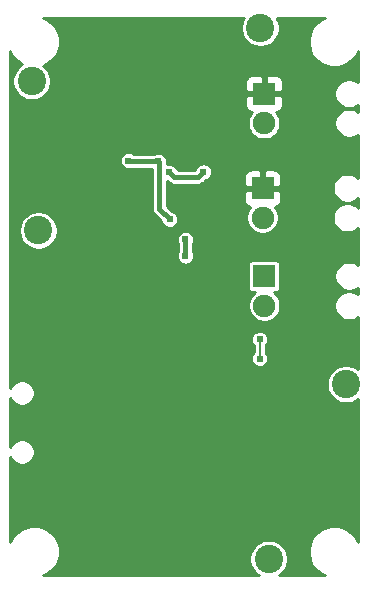
<source format=gbr>
%TF.GenerationSoftware,KiCad,Pcbnew,(5.1.9-0-10_14)*%
%TF.CreationDate,2021-03-09T11:41:36-05:00*%
%TF.ProjectId,Antoinette_PowerBank,416e746f-696e-4657-9474-655f506f7765,rev?*%
%TF.SameCoordinates,Original*%
%TF.FileFunction,Copper,L2,Bot*%
%TF.FilePolarity,Positive*%
%FSLAX46Y46*%
G04 Gerber Fmt 4.6, Leading zero omitted, Abs format (unit mm)*
G04 Created by KiCad (PCBNEW (5.1.9-0-10_14)) date 2021-03-09 11:41:36*
%MOMM*%
%LPD*%
G01*
G04 APERTURE LIST*
%TA.AperFunction,ComponentPad*%
%ADD10C,2.400000*%
%TD*%
%TA.AperFunction,ComponentPad*%
%ADD11R,1.900000X1.900000*%
%TD*%
%TA.AperFunction,ComponentPad*%
%ADD12C,1.900000*%
%TD*%
%TA.AperFunction,ViaPad*%
%ADD13C,0.609600*%
%TD*%
%TA.AperFunction,Conductor*%
%ADD14C,0.400000*%
%TD*%
%TA.AperFunction,Conductor*%
%ADD15C,0.150000*%
%TD*%
%TA.AperFunction,Conductor*%
%ADD16C,0.254000*%
%TD*%
%TA.AperFunction,Conductor*%
%ADD17C,0.100000*%
%TD*%
G04 APERTURE END LIST*
D10*
%TO.P,TP1,1*%
%TO.N,VBUS*%
X91821000Y-31115000D03*
%TD*%
%TO.P,TP2,1*%
%TO.N,/Battery+*%
X72453500Y-35623500D03*
%TD*%
%TO.P,TP3,1*%
%TO.N,+BATT*%
X92519500Y-76073000D03*
%TD*%
%TO.P,TP4,1*%
%TO.N,Net-(J5-Pad1)*%
X99060000Y-61277500D03*
%TD*%
%TO.P,TP5,1*%
%TO.N,Net-(Q1-Pad1)*%
X73025000Y-48260000D03*
%TD*%
D11*
%TO.P,J1,1*%
%TO.N,GND*%
X92125800Y-36677600D03*
D12*
%TO.P,J1,2*%
%TO.N,/16KThermistor*%
X92125800Y-39177600D03*
%TD*%
D11*
%TO.P,J3,1*%
%TO.N,GND*%
X91998800Y-44678600D03*
D12*
%TO.P,J3,2*%
%TO.N,Net-(F1-Pad1)*%
X91998800Y-47178600D03*
%TD*%
D11*
%TO.P,J5,1*%
%TO.N,Net-(J5-Pad1)*%
X92138500Y-52133500D03*
D12*
%TO.P,J5,2*%
%TO.N,/switch*%
X92138500Y-54633500D03*
%TD*%
D13*
%TO.N,GND*%
X81927700Y-70840600D03*
X77533500Y-68580000D03*
X83121500Y-63119000D03*
X84213700Y-61696600D03*
X88011000Y-60706000D03*
X83553300Y-74599800D03*
X88328500Y-43815000D03*
X78714600Y-42824400D03*
X89408000Y-33909000D03*
X76708000Y-58928000D03*
X75184000Y-74168000D03*
X75552300Y-31076900D03*
X78143100Y-31076900D03*
X78359000Y-48069500D03*
X70866000Y-36957000D03*
%TO.N,VBUS*%
X84137500Y-47307500D03*
X80645000Y-42354500D03*
X83185000Y-42418000D03*
%TO.N,+BATT*%
X85471000Y-49022000D03*
X85471000Y-50419000D03*
%TO.N,/16KThermistor*%
X84099400Y-43332400D03*
X86995000Y-43307000D03*
%TO.N,/switch*%
X91757500Y-57467500D03*
X91757500Y-59118500D03*
%TD*%
D14*
%TO.N,VBUS*%
X80708500Y-42418000D02*
X80645000Y-42354500D01*
X83185000Y-42418000D02*
X80708500Y-42418000D01*
X83248500Y-46418500D02*
X83248500Y-42481500D01*
X83248500Y-42481500D02*
X83185000Y-42418000D01*
X84137500Y-47307500D02*
X83248500Y-46418500D01*
%TO.N,+BATT*%
X85471000Y-50355500D02*
X85471000Y-49085500D01*
%TO.N,/16KThermistor*%
X86562937Y-43761009D02*
X86995000Y-43328946D01*
X86995000Y-43328946D02*
X86995000Y-43307000D01*
X84528009Y-43761009D02*
X86562937Y-43761009D01*
X84099400Y-43332400D02*
X84528009Y-43761009D01*
D15*
%TO.N,/switch*%
X91757500Y-58991500D02*
X91694000Y-59055000D01*
X91757500Y-57658000D02*
X91757500Y-58991500D01*
%TD*%
D16*
%TO.N,GND*%
X90379172Y-30344327D02*
X90256525Y-30640422D01*
X90194000Y-30954755D01*
X90194000Y-31275245D01*
X90256525Y-31589578D01*
X90379172Y-31885673D01*
X90557227Y-32152152D01*
X90783848Y-32378773D01*
X91050327Y-32556828D01*
X91346422Y-32679475D01*
X91660755Y-32742000D01*
X91981245Y-32742000D01*
X92295578Y-32679475D01*
X92591673Y-32556828D01*
X92858152Y-32378773D01*
X93084773Y-32152152D01*
X93262828Y-31885673D01*
X93385475Y-31589578D01*
X93448000Y-31275245D01*
X93448000Y-30954755D01*
X93385475Y-30640422D01*
X93262828Y-30344327D01*
X93207152Y-30261001D01*
X97266305Y-30261001D01*
X97032276Y-30357939D01*
X96678150Y-30594558D01*
X96376990Y-30895718D01*
X96140371Y-31249844D01*
X95977384Y-31643329D01*
X95894295Y-32061049D01*
X95894295Y-32486953D01*
X95977384Y-32904673D01*
X96140371Y-33298158D01*
X96376990Y-33652284D01*
X96678150Y-33953444D01*
X97032276Y-34190063D01*
X97425761Y-34353050D01*
X97843481Y-34436139D01*
X98269385Y-34436139D01*
X98687105Y-34353050D01*
X99080590Y-34190063D01*
X99434716Y-33953444D01*
X99735876Y-33652284D01*
X99972495Y-33298158D01*
X100069434Y-33064127D01*
X100069434Y-35712144D01*
X99887002Y-35590247D01*
X99663703Y-35497753D01*
X99426649Y-35450600D01*
X99184951Y-35450600D01*
X98947897Y-35497753D01*
X98724598Y-35590247D01*
X98523633Y-35724527D01*
X98352727Y-35895433D01*
X98218447Y-36096398D01*
X98125953Y-36319697D01*
X98078800Y-36556751D01*
X98078800Y-36798449D01*
X98125953Y-37035503D01*
X98218447Y-37258802D01*
X98352727Y-37459767D01*
X98523633Y-37630673D01*
X98724598Y-37764953D01*
X98947897Y-37857447D01*
X99184951Y-37904600D01*
X99426649Y-37904600D01*
X99663703Y-37857447D01*
X99887002Y-37764953D01*
X100069434Y-37643056D01*
X100069434Y-38212144D01*
X99887002Y-38090247D01*
X99663703Y-37997753D01*
X99426649Y-37950600D01*
X99184951Y-37950600D01*
X98947897Y-37997753D01*
X98724598Y-38090247D01*
X98523633Y-38224527D01*
X98352727Y-38395433D01*
X98218447Y-38596398D01*
X98125953Y-38819697D01*
X98078800Y-39056751D01*
X98078800Y-39298449D01*
X98125953Y-39535503D01*
X98218447Y-39758802D01*
X98352727Y-39959767D01*
X98523633Y-40130673D01*
X98724598Y-40264953D01*
X98947897Y-40357447D01*
X99184951Y-40404600D01*
X99426649Y-40404600D01*
X99663703Y-40357447D01*
X99887002Y-40264953D01*
X100069434Y-40143056D01*
X100069434Y-43833994D01*
X99960967Y-43725527D01*
X99760002Y-43591247D01*
X99536703Y-43498753D01*
X99299649Y-43451600D01*
X99057951Y-43451600D01*
X98820897Y-43498753D01*
X98597598Y-43591247D01*
X98396633Y-43725527D01*
X98225727Y-43896433D01*
X98091447Y-44097398D01*
X97998953Y-44320697D01*
X97951800Y-44557751D01*
X97951800Y-44799449D01*
X97998953Y-45036503D01*
X98091447Y-45259802D01*
X98225727Y-45460767D01*
X98396633Y-45631673D01*
X98597598Y-45765953D01*
X98820897Y-45858447D01*
X99057951Y-45905600D01*
X99299649Y-45905600D01*
X99536703Y-45858447D01*
X99760002Y-45765953D01*
X99960967Y-45631673D01*
X100069434Y-45523206D01*
X100069434Y-46333994D01*
X99960967Y-46225527D01*
X99760002Y-46091247D01*
X99536703Y-45998753D01*
X99299649Y-45951600D01*
X99057951Y-45951600D01*
X98820897Y-45998753D01*
X98597598Y-46091247D01*
X98396633Y-46225527D01*
X98225727Y-46396433D01*
X98091447Y-46597398D01*
X97998953Y-46820697D01*
X97951800Y-47057751D01*
X97951800Y-47299449D01*
X97998953Y-47536503D01*
X98091447Y-47759802D01*
X98225727Y-47960767D01*
X98396633Y-48131673D01*
X98597598Y-48265953D01*
X98820897Y-48358447D01*
X99057951Y-48405600D01*
X99299649Y-48405600D01*
X99536703Y-48358447D01*
X99760002Y-48265953D01*
X99960967Y-48131673D01*
X100069434Y-48023206D01*
X100069434Y-51159558D01*
X99899702Y-51046147D01*
X99676403Y-50953653D01*
X99439349Y-50906500D01*
X99197651Y-50906500D01*
X98960597Y-50953653D01*
X98737298Y-51046147D01*
X98536333Y-51180427D01*
X98365427Y-51351333D01*
X98231147Y-51552298D01*
X98138653Y-51775597D01*
X98091500Y-52012651D01*
X98091500Y-52254349D01*
X98138653Y-52491403D01*
X98231147Y-52714702D01*
X98365427Y-52915667D01*
X98536333Y-53086573D01*
X98737298Y-53220853D01*
X98960597Y-53313347D01*
X99197651Y-53360500D01*
X99439349Y-53360500D01*
X99676403Y-53313347D01*
X99899702Y-53220853D01*
X100069434Y-53107442D01*
X100069434Y-53659558D01*
X99899702Y-53546147D01*
X99676403Y-53453653D01*
X99439349Y-53406500D01*
X99197651Y-53406500D01*
X98960597Y-53453653D01*
X98737298Y-53546147D01*
X98536333Y-53680427D01*
X98365427Y-53851333D01*
X98231147Y-54052298D01*
X98138653Y-54275597D01*
X98091500Y-54512651D01*
X98091500Y-54754349D01*
X98138653Y-54991403D01*
X98231147Y-55214702D01*
X98365427Y-55415667D01*
X98536333Y-55586573D01*
X98737298Y-55720853D01*
X98960597Y-55813347D01*
X99197651Y-55860500D01*
X99439349Y-55860500D01*
X99676403Y-55813347D01*
X99899702Y-55720853D01*
X100069433Y-55607443D01*
X100069433Y-59995206D01*
X99830673Y-59835672D01*
X99534578Y-59713025D01*
X99220245Y-59650500D01*
X98899755Y-59650500D01*
X98585422Y-59713025D01*
X98289327Y-59835672D01*
X98022848Y-60013727D01*
X97796227Y-60240348D01*
X97618172Y-60506827D01*
X97495525Y-60802922D01*
X97433000Y-61117255D01*
X97433000Y-61437745D01*
X97495525Y-61752078D01*
X97618172Y-62048173D01*
X97796227Y-62314652D01*
X98022848Y-62541273D01*
X98289327Y-62719328D01*
X98585422Y-62841975D01*
X98899755Y-62904500D01*
X99220245Y-62904500D01*
X99534578Y-62841975D01*
X99830673Y-62719328D01*
X100069433Y-62559794D01*
X100069433Y-74663872D01*
X99972495Y-74429843D01*
X99735876Y-74075717D01*
X99434716Y-73774557D01*
X99080590Y-73537938D01*
X98687105Y-73374951D01*
X98269385Y-73291862D01*
X97843481Y-73291862D01*
X97425761Y-73374951D01*
X97032276Y-73537938D01*
X96678150Y-73774557D01*
X96376990Y-74075717D01*
X96140371Y-74429843D01*
X95977384Y-74823328D01*
X95894295Y-75241048D01*
X95894295Y-75666952D01*
X95977384Y-76084672D01*
X96140371Y-76478157D01*
X96376990Y-76832283D01*
X96678150Y-77133443D01*
X97032276Y-77370062D01*
X97266305Y-77467000D01*
X93361753Y-77467000D01*
X93556652Y-77336773D01*
X93783273Y-77110152D01*
X93961328Y-76843673D01*
X94083975Y-76547578D01*
X94146500Y-76233245D01*
X94146500Y-75912755D01*
X94083975Y-75598422D01*
X93961328Y-75302327D01*
X93783273Y-75035848D01*
X93556652Y-74809227D01*
X93290173Y-74631172D01*
X92994078Y-74508525D01*
X92679745Y-74446000D01*
X92359255Y-74446000D01*
X92044922Y-74508525D01*
X91748827Y-74631172D01*
X91482348Y-74809227D01*
X91255727Y-75035848D01*
X91077672Y-75302327D01*
X90955025Y-75598422D01*
X90892500Y-75912755D01*
X90892500Y-76233245D01*
X90955025Y-76547578D01*
X91077672Y-76843673D01*
X91255727Y-77110152D01*
X91482348Y-77336773D01*
X91677247Y-77467000D01*
X73446562Y-77467000D01*
X73680591Y-77370062D01*
X74034717Y-77133443D01*
X74335877Y-76832283D01*
X74572496Y-76478157D01*
X74735483Y-76084672D01*
X74818572Y-75666952D01*
X74818572Y-75241048D01*
X74735483Y-74823328D01*
X74572496Y-74429843D01*
X74335877Y-74075717D01*
X74034717Y-73774557D01*
X73680591Y-73537938D01*
X73287106Y-73374951D01*
X72869386Y-73291862D01*
X72443482Y-73291862D01*
X72025762Y-73374951D01*
X71632277Y-73537938D01*
X71278151Y-73774557D01*
X70976991Y-74075717D01*
X70740372Y-74429843D01*
X70643434Y-74663872D01*
X70643434Y-67453384D01*
X70673575Y-67526151D01*
X70791440Y-67702547D01*
X70941453Y-67852560D01*
X71117849Y-67970425D01*
X71313851Y-68051611D01*
X71521925Y-68093000D01*
X71734075Y-68093000D01*
X71942149Y-68051611D01*
X72138151Y-67970425D01*
X72314547Y-67852560D01*
X72464560Y-67702547D01*
X72582425Y-67526151D01*
X72663611Y-67330149D01*
X72705000Y-67122075D01*
X72705000Y-66909925D01*
X72663611Y-66701851D01*
X72582425Y-66505849D01*
X72464560Y-66329453D01*
X72314547Y-66179440D01*
X72138151Y-66061575D01*
X71942149Y-65980389D01*
X71734075Y-65939000D01*
X71521925Y-65939000D01*
X71313851Y-65980389D01*
X71117849Y-66061575D01*
X70941453Y-66179440D01*
X70791440Y-66329453D01*
X70673575Y-66505849D01*
X70643434Y-66578616D01*
X70643434Y-62453384D01*
X70673575Y-62526151D01*
X70791440Y-62702547D01*
X70941453Y-62852560D01*
X71117849Y-62970425D01*
X71313851Y-63051611D01*
X71521925Y-63093000D01*
X71734075Y-63093000D01*
X71942149Y-63051611D01*
X72138151Y-62970425D01*
X72314547Y-62852560D01*
X72464560Y-62702547D01*
X72582425Y-62526151D01*
X72663611Y-62330149D01*
X72705000Y-62122075D01*
X72705000Y-61909925D01*
X72663611Y-61701851D01*
X72582425Y-61505849D01*
X72464560Y-61329453D01*
X72314547Y-61179440D01*
X72138151Y-61061575D01*
X71942149Y-60980389D01*
X71734075Y-60939000D01*
X71521925Y-60939000D01*
X71313851Y-60980389D01*
X71117849Y-61061575D01*
X70941453Y-61179440D01*
X70791440Y-61329453D01*
X70673575Y-61505849D01*
X70643434Y-61578616D01*
X70643434Y-57395424D01*
X91025700Y-57395424D01*
X91025700Y-57539576D01*
X91053823Y-57680958D01*
X91108987Y-57814137D01*
X91189074Y-57933995D01*
X91255500Y-58000421D01*
X91255501Y-58585578D01*
X91189074Y-58652005D01*
X91108987Y-58771863D01*
X91053823Y-58905042D01*
X91025700Y-59046424D01*
X91025700Y-59190576D01*
X91053823Y-59331958D01*
X91108987Y-59465137D01*
X91189074Y-59584995D01*
X91291005Y-59686926D01*
X91410863Y-59767013D01*
X91544042Y-59822177D01*
X91685424Y-59850300D01*
X91829576Y-59850300D01*
X91970958Y-59822177D01*
X92104137Y-59767013D01*
X92223995Y-59686926D01*
X92325926Y-59584995D01*
X92406013Y-59465137D01*
X92461177Y-59331958D01*
X92489300Y-59190576D01*
X92489300Y-59046424D01*
X92461177Y-58905042D01*
X92406013Y-58771863D01*
X92325926Y-58652005D01*
X92259500Y-58585579D01*
X92259500Y-58000421D01*
X92325926Y-57933995D01*
X92406013Y-57814137D01*
X92461177Y-57680958D01*
X92489300Y-57539576D01*
X92489300Y-57395424D01*
X92461177Y-57254042D01*
X92406013Y-57120863D01*
X92325926Y-57001005D01*
X92223995Y-56899074D01*
X92104137Y-56818987D01*
X91970958Y-56763823D01*
X91829576Y-56735700D01*
X91685424Y-56735700D01*
X91544042Y-56763823D01*
X91410863Y-56818987D01*
X91291005Y-56899074D01*
X91189074Y-57001005D01*
X91108987Y-57120863D01*
X91053823Y-57254042D01*
X91025700Y-57395424D01*
X70643434Y-57395424D01*
X70643434Y-51183500D01*
X90759434Y-51183500D01*
X90759434Y-53083500D01*
X90767678Y-53167207D01*
X90792095Y-53247696D01*
X90831745Y-53321876D01*
X90885105Y-53386895D01*
X90950124Y-53440255D01*
X91024304Y-53479905D01*
X91104793Y-53504322D01*
X91188500Y-53512566D01*
X91337561Y-53512566D01*
X91260713Y-53563914D01*
X91068914Y-53755713D01*
X90918218Y-53981246D01*
X90814417Y-54231844D01*
X90761500Y-54497877D01*
X90761500Y-54769123D01*
X90814417Y-55035156D01*
X90918218Y-55285754D01*
X91068914Y-55511287D01*
X91260713Y-55703086D01*
X91486246Y-55853782D01*
X91736844Y-55957583D01*
X92002877Y-56010500D01*
X92274123Y-56010500D01*
X92540156Y-55957583D01*
X92790754Y-55853782D01*
X93016287Y-55703086D01*
X93208086Y-55511287D01*
X93358782Y-55285754D01*
X93462583Y-55035156D01*
X93515500Y-54769123D01*
X93515500Y-54497877D01*
X93462583Y-54231844D01*
X93358782Y-53981246D01*
X93208086Y-53755713D01*
X93016287Y-53563914D01*
X92939439Y-53512566D01*
X93088500Y-53512566D01*
X93172207Y-53504322D01*
X93252696Y-53479905D01*
X93326876Y-53440255D01*
X93391895Y-53386895D01*
X93445255Y-53321876D01*
X93484905Y-53247696D01*
X93509322Y-53167207D01*
X93517566Y-53083500D01*
X93517566Y-51183500D01*
X93509322Y-51099793D01*
X93484905Y-51019304D01*
X93445255Y-50945124D01*
X93391895Y-50880105D01*
X93326876Y-50826745D01*
X93252696Y-50787095D01*
X93172207Y-50762678D01*
X93088500Y-50754434D01*
X91188500Y-50754434D01*
X91104793Y-50762678D01*
X91024304Y-50787095D01*
X90950124Y-50826745D01*
X90885105Y-50880105D01*
X90831745Y-50945124D01*
X90792095Y-51019304D01*
X90767678Y-51099793D01*
X90759434Y-51183500D01*
X70643434Y-51183500D01*
X70643434Y-48099755D01*
X71398000Y-48099755D01*
X71398000Y-48420245D01*
X71460525Y-48734578D01*
X71583172Y-49030673D01*
X71761227Y-49297152D01*
X71987848Y-49523773D01*
X72254327Y-49701828D01*
X72550422Y-49824475D01*
X72864755Y-49887000D01*
X73185245Y-49887000D01*
X73499578Y-49824475D01*
X73795673Y-49701828D01*
X74062152Y-49523773D01*
X74288773Y-49297152D01*
X74466828Y-49030673D01*
X74500275Y-48949924D01*
X84739200Y-48949924D01*
X84739200Y-49094076D01*
X84767323Y-49235458D01*
X84822487Y-49368637D01*
X84844001Y-49400834D01*
X84844000Y-50040166D01*
X84822487Y-50072363D01*
X84767323Y-50205542D01*
X84739200Y-50346924D01*
X84739200Y-50491076D01*
X84767323Y-50632458D01*
X84822487Y-50765637D01*
X84902574Y-50885495D01*
X85004505Y-50987426D01*
X85124363Y-51067513D01*
X85257542Y-51122677D01*
X85398924Y-51150800D01*
X85543076Y-51150800D01*
X85684458Y-51122677D01*
X85817637Y-51067513D01*
X85937495Y-50987426D01*
X86039426Y-50885495D01*
X86119513Y-50765637D01*
X86174677Y-50632458D01*
X86202800Y-50491076D01*
X86202800Y-50346924D01*
X86174677Y-50205542D01*
X86119513Y-50072363D01*
X86098000Y-50040167D01*
X86098000Y-49400833D01*
X86119513Y-49368637D01*
X86174677Y-49235458D01*
X86202800Y-49094076D01*
X86202800Y-48949924D01*
X86174677Y-48808542D01*
X86119513Y-48675363D01*
X86039426Y-48555505D01*
X85937495Y-48453574D01*
X85817637Y-48373487D01*
X85684458Y-48318323D01*
X85543076Y-48290200D01*
X85398924Y-48290200D01*
X85257542Y-48318323D01*
X85124363Y-48373487D01*
X85004505Y-48453574D01*
X84902574Y-48555505D01*
X84822487Y-48675363D01*
X84767323Y-48808542D01*
X84739200Y-48949924D01*
X74500275Y-48949924D01*
X74589475Y-48734578D01*
X74652000Y-48420245D01*
X74652000Y-48099755D01*
X74589475Y-47785422D01*
X74466828Y-47489327D01*
X74288773Y-47222848D01*
X74062152Y-46996227D01*
X73795673Y-46818172D01*
X73499578Y-46695525D01*
X73185245Y-46633000D01*
X72864755Y-46633000D01*
X72550422Y-46695525D01*
X72254327Y-46818172D01*
X71987848Y-46996227D01*
X71761227Y-47222848D01*
X71583172Y-47489327D01*
X71460525Y-47785422D01*
X71398000Y-48099755D01*
X70643434Y-48099755D01*
X70643434Y-42282424D01*
X79913200Y-42282424D01*
X79913200Y-42426576D01*
X79941323Y-42567958D01*
X79996487Y-42701137D01*
X80076574Y-42820995D01*
X80178505Y-42922926D01*
X80298363Y-43003013D01*
X80431542Y-43058177D01*
X80572924Y-43086300D01*
X80717076Y-43086300D01*
X80858458Y-43058177D01*
X80890270Y-43045000D01*
X82621501Y-43045000D01*
X82621500Y-46387706D01*
X82618467Y-46418500D01*
X82621500Y-46449293D01*
X82630573Y-46541412D01*
X82666425Y-46659602D01*
X82724647Y-46768527D01*
X82802999Y-46864001D01*
X82826927Y-46883638D01*
X83426269Y-47482980D01*
X83433823Y-47520958D01*
X83488987Y-47654137D01*
X83569074Y-47773995D01*
X83671005Y-47875926D01*
X83790863Y-47956013D01*
X83924042Y-48011177D01*
X84065424Y-48039300D01*
X84209576Y-48039300D01*
X84350958Y-48011177D01*
X84484137Y-47956013D01*
X84603995Y-47875926D01*
X84705926Y-47773995D01*
X84786013Y-47654137D01*
X84841177Y-47520958D01*
X84869300Y-47379576D01*
X84869300Y-47235424D01*
X84841177Y-47094042D01*
X84786013Y-46960863D01*
X84705926Y-46841005D01*
X84603995Y-46739074D01*
X84484137Y-46658987D01*
X84350958Y-46603823D01*
X84312980Y-46596269D01*
X83875500Y-46158789D01*
X83875500Y-45628600D01*
X90410728Y-45628600D01*
X90422988Y-45753082D01*
X90459298Y-45872780D01*
X90518263Y-45983094D01*
X90597615Y-46079785D01*
X90694306Y-46159137D01*
X90804620Y-46218102D01*
X90924318Y-46254412D01*
X90971016Y-46259011D01*
X90929214Y-46300813D01*
X90778518Y-46526346D01*
X90674717Y-46776944D01*
X90621800Y-47042977D01*
X90621800Y-47314223D01*
X90674717Y-47580256D01*
X90778518Y-47830854D01*
X90929214Y-48056387D01*
X91121013Y-48248186D01*
X91346546Y-48398882D01*
X91597144Y-48502683D01*
X91863177Y-48555600D01*
X92134423Y-48555600D01*
X92400456Y-48502683D01*
X92651054Y-48398882D01*
X92876587Y-48248186D01*
X93068386Y-48056387D01*
X93219082Y-47830854D01*
X93322883Y-47580256D01*
X93375800Y-47314223D01*
X93375800Y-47042977D01*
X93322883Y-46776944D01*
X93219082Y-46526346D01*
X93068386Y-46300813D01*
X93026584Y-46259011D01*
X93073282Y-46254412D01*
X93192980Y-46218102D01*
X93303294Y-46159137D01*
X93399985Y-46079785D01*
X93479337Y-45983094D01*
X93538302Y-45872780D01*
X93574612Y-45753082D01*
X93586872Y-45628600D01*
X93583800Y-44964350D01*
X93425050Y-44805600D01*
X92125800Y-44805600D01*
X92125800Y-44825600D01*
X91871800Y-44825600D01*
X91871800Y-44805600D01*
X90572550Y-44805600D01*
X90413800Y-44964350D01*
X90410728Y-45628600D01*
X83875500Y-45628600D01*
X83875500Y-44031752D01*
X83885942Y-44036077D01*
X83923920Y-44043631D01*
X84062875Y-44182587D01*
X84082508Y-44206510D01*
X84177981Y-44284862D01*
X84286906Y-44343084D01*
X84405096Y-44378936D01*
X84528009Y-44391042D01*
X84558803Y-44388009D01*
X86532143Y-44388009D01*
X86562937Y-44391042D01*
X86593731Y-44388009D01*
X86685850Y-44378936D01*
X86804040Y-44343084D01*
X86912965Y-44284862D01*
X87008438Y-44206510D01*
X87028075Y-44182582D01*
X87197875Y-44012782D01*
X87208458Y-44010677D01*
X87341637Y-43955513D01*
X87461495Y-43875426D01*
X87563426Y-43773495D01*
X87593424Y-43728600D01*
X90410728Y-43728600D01*
X90413800Y-44392850D01*
X90572550Y-44551600D01*
X91871800Y-44551600D01*
X91871800Y-43252350D01*
X92125800Y-43252350D01*
X92125800Y-44551600D01*
X93425050Y-44551600D01*
X93583800Y-44392850D01*
X93586872Y-43728600D01*
X93574612Y-43604118D01*
X93538302Y-43484420D01*
X93479337Y-43374106D01*
X93399985Y-43277415D01*
X93303294Y-43198063D01*
X93192980Y-43139098D01*
X93073282Y-43102788D01*
X92948800Y-43090528D01*
X92284550Y-43093600D01*
X92125800Y-43252350D01*
X91871800Y-43252350D01*
X91713050Y-43093600D01*
X91048800Y-43090528D01*
X90924318Y-43102788D01*
X90804620Y-43139098D01*
X90694306Y-43198063D01*
X90597615Y-43277415D01*
X90518263Y-43374106D01*
X90459298Y-43484420D01*
X90422988Y-43604118D01*
X90410728Y-43728600D01*
X87593424Y-43728600D01*
X87643513Y-43653637D01*
X87698677Y-43520458D01*
X87726800Y-43379076D01*
X87726800Y-43234924D01*
X87698677Y-43093542D01*
X87643513Y-42960363D01*
X87563426Y-42840505D01*
X87461495Y-42738574D01*
X87341637Y-42658487D01*
X87208458Y-42603323D01*
X87067076Y-42575200D01*
X86922924Y-42575200D01*
X86781542Y-42603323D01*
X86648363Y-42658487D01*
X86528505Y-42738574D01*
X86426574Y-42840505D01*
X86346487Y-42960363D01*
X86291323Y-43093542D01*
X86283274Y-43134009D01*
X84806074Y-43134009D01*
X84803077Y-43118942D01*
X84747913Y-42985763D01*
X84667826Y-42865905D01*
X84565895Y-42763974D01*
X84446037Y-42683887D01*
X84312858Y-42628723D01*
X84171476Y-42600600D01*
X84027324Y-42600600D01*
X83889356Y-42628044D01*
X83916800Y-42490076D01*
X83916800Y-42345924D01*
X83888677Y-42204542D01*
X83833513Y-42071363D01*
X83753426Y-41951505D01*
X83651495Y-41849574D01*
X83531637Y-41769487D01*
X83398458Y-41714323D01*
X83257076Y-41686200D01*
X83112924Y-41686200D01*
X82971542Y-41714323D01*
X82838363Y-41769487D01*
X82806167Y-41791000D01*
X81116421Y-41791000D01*
X81111495Y-41786074D01*
X80991637Y-41705987D01*
X80858458Y-41650823D01*
X80717076Y-41622700D01*
X80572924Y-41622700D01*
X80431542Y-41650823D01*
X80298363Y-41705987D01*
X80178505Y-41786074D01*
X80076574Y-41888005D01*
X79996487Y-42007863D01*
X79941323Y-42141042D01*
X79913200Y-42282424D01*
X70643434Y-42282424D01*
X70643434Y-37627600D01*
X90537728Y-37627600D01*
X90549988Y-37752082D01*
X90586298Y-37871780D01*
X90645263Y-37982094D01*
X90724615Y-38078785D01*
X90821306Y-38158137D01*
X90931620Y-38217102D01*
X91051318Y-38253412D01*
X91098016Y-38258011D01*
X91056214Y-38299813D01*
X90905518Y-38525346D01*
X90801717Y-38775944D01*
X90748800Y-39041977D01*
X90748800Y-39313223D01*
X90801717Y-39579256D01*
X90905518Y-39829854D01*
X91056214Y-40055387D01*
X91248013Y-40247186D01*
X91473546Y-40397882D01*
X91724144Y-40501683D01*
X91990177Y-40554600D01*
X92261423Y-40554600D01*
X92527456Y-40501683D01*
X92778054Y-40397882D01*
X93003587Y-40247186D01*
X93195386Y-40055387D01*
X93346082Y-39829854D01*
X93449883Y-39579256D01*
X93502800Y-39313223D01*
X93502800Y-39041977D01*
X93449883Y-38775944D01*
X93346082Y-38525346D01*
X93195386Y-38299813D01*
X93153584Y-38258011D01*
X93200282Y-38253412D01*
X93319980Y-38217102D01*
X93430294Y-38158137D01*
X93526985Y-38078785D01*
X93606337Y-37982094D01*
X93665302Y-37871780D01*
X93701612Y-37752082D01*
X93713872Y-37627600D01*
X93710800Y-36963350D01*
X93552050Y-36804600D01*
X92252800Y-36804600D01*
X92252800Y-36824600D01*
X91998800Y-36824600D01*
X91998800Y-36804600D01*
X90699550Y-36804600D01*
X90540800Y-36963350D01*
X90537728Y-37627600D01*
X70643434Y-37627600D01*
X70643434Y-33064129D01*
X70740372Y-33298158D01*
X70976991Y-33652284D01*
X71278151Y-33953444D01*
X71632277Y-34190063D01*
X71655730Y-34199778D01*
X71416348Y-34359727D01*
X71189727Y-34586348D01*
X71011672Y-34852827D01*
X70889025Y-35148922D01*
X70826500Y-35463255D01*
X70826500Y-35783745D01*
X70889025Y-36098078D01*
X71011672Y-36394173D01*
X71189727Y-36660652D01*
X71416348Y-36887273D01*
X71682827Y-37065328D01*
X71978922Y-37187975D01*
X72293255Y-37250500D01*
X72613745Y-37250500D01*
X72928078Y-37187975D01*
X73224173Y-37065328D01*
X73490652Y-36887273D01*
X73717273Y-36660652D01*
X73895328Y-36394173D01*
X74017975Y-36098078D01*
X74080500Y-35783745D01*
X74080500Y-35727600D01*
X90537728Y-35727600D01*
X90540800Y-36391850D01*
X90699550Y-36550600D01*
X91998800Y-36550600D01*
X91998800Y-35251350D01*
X92252800Y-35251350D01*
X92252800Y-36550600D01*
X93552050Y-36550600D01*
X93710800Y-36391850D01*
X93713872Y-35727600D01*
X93701612Y-35603118D01*
X93665302Y-35483420D01*
X93606337Y-35373106D01*
X93526985Y-35276415D01*
X93430294Y-35197063D01*
X93319980Y-35138098D01*
X93200282Y-35101788D01*
X93075800Y-35089528D01*
X92411550Y-35092600D01*
X92252800Y-35251350D01*
X91998800Y-35251350D01*
X91840050Y-35092600D01*
X91175800Y-35089528D01*
X91051318Y-35101788D01*
X90931620Y-35138098D01*
X90821306Y-35197063D01*
X90724615Y-35276415D01*
X90645263Y-35373106D01*
X90586298Y-35483420D01*
X90549988Y-35603118D01*
X90537728Y-35727600D01*
X74080500Y-35727600D01*
X74080500Y-35463255D01*
X74017975Y-35148922D01*
X73895328Y-34852827D01*
X73717273Y-34586348D01*
X73490652Y-34359727D01*
X73406589Y-34303558D01*
X73680591Y-34190063D01*
X74034717Y-33953444D01*
X74335877Y-33652284D01*
X74572496Y-33298158D01*
X74735483Y-32904673D01*
X74818572Y-32486953D01*
X74818572Y-32061049D01*
X74735483Y-31643329D01*
X74572496Y-31249844D01*
X74335877Y-30895718D01*
X74034717Y-30594558D01*
X73680591Y-30357939D01*
X73446562Y-30261001D01*
X90434848Y-30261001D01*
X90379172Y-30344327D01*
%TA.AperFunction,Conductor*%
D17*
G36*
X90379172Y-30344327D02*
G01*
X90256525Y-30640422D01*
X90194000Y-30954755D01*
X90194000Y-31275245D01*
X90256525Y-31589578D01*
X90379172Y-31885673D01*
X90557227Y-32152152D01*
X90783848Y-32378773D01*
X91050327Y-32556828D01*
X91346422Y-32679475D01*
X91660755Y-32742000D01*
X91981245Y-32742000D01*
X92295578Y-32679475D01*
X92591673Y-32556828D01*
X92858152Y-32378773D01*
X93084773Y-32152152D01*
X93262828Y-31885673D01*
X93385475Y-31589578D01*
X93448000Y-31275245D01*
X93448000Y-30954755D01*
X93385475Y-30640422D01*
X93262828Y-30344327D01*
X93207152Y-30261001D01*
X97266305Y-30261001D01*
X97032276Y-30357939D01*
X96678150Y-30594558D01*
X96376990Y-30895718D01*
X96140371Y-31249844D01*
X95977384Y-31643329D01*
X95894295Y-32061049D01*
X95894295Y-32486953D01*
X95977384Y-32904673D01*
X96140371Y-33298158D01*
X96376990Y-33652284D01*
X96678150Y-33953444D01*
X97032276Y-34190063D01*
X97425761Y-34353050D01*
X97843481Y-34436139D01*
X98269385Y-34436139D01*
X98687105Y-34353050D01*
X99080590Y-34190063D01*
X99434716Y-33953444D01*
X99735876Y-33652284D01*
X99972495Y-33298158D01*
X100069434Y-33064127D01*
X100069434Y-35712144D01*
X99887002Y-35590247D01*
X99663703Y-35497753D01*
X99426649Y-35450600D01*
X99184951Y-35450600D01*
X98947897Y-35497753D01*
X98724598Y-35590247D01*
X98523633Y-35724527D01*
X98352727Y-35895433D01*
X98218447Y-36096398D01*
X98125953Y-36319697D01*
X98078800Y-36556751D01*
X98078800Y-36798449D01*
X98125953Y-37035503D01*
X98218447Y-37258802D01*
X98352727Y-37459767D01*
X98523633Y-37630673D01*
X98724598Y-37764953D01*
X98947897Y-37857447D01*
X99184951Y-37904600D01*
X99426649Y-37904600D01*
X99663703Y-37857447D01*
X99887002Y-37764953D01*
X100069434Y-37643056D01*
X100069434Y-38212144D01*
X99887002Y-38090247D01*
X99663703Y-37997753D01*
X99426649Y-37950600D01*
X99184951Y-37950600D01*
X98947897Y-37997753D01*
X98724598Y-38090247D01*
X98523633Y-38224527D01*
X98352727Y-38395433D01*
X98218447Y-38596398D01*
X98125953Y-38819697D01*
X98078800Y-39056751D01*
X98078800Y-39298449D01*
X98125953Y-39535503D01*
X98218447Y-39758802D01*
X98352727Y-39959767D01*
X98523633Y-40130673D01*
X98724598Y-40264953D01*
X98947897Y-40357447D01*
X99184951Y-40404600D01*
X99426649Y-40404600D01*
X99663703Y-40357447D01*
X99887002Y-40264953D01*
X100069434Y-40143056D01*
X100069434Y-43833994D01*
X99960967Y-43725527D01*
X99760002Y-43591247D01*
X99536703Y-43498753D01*
X99299649Y-43451600D01*
X99057951Y-43451600D01*
X98820897Y-43498753D01*
X98597598Y-43591247D01*
X98396633Y-43725527D01*
X98225727Y-43896433D01*
X98091447Y-44097398D01*
X97998953Y-44320697D01*
X97951800Y-44557751D01*
X97951800Y-44799449D01*
X97998953Y-45036503D01*
X98091447Y-45259802D01*
X98225727Y-45460767D01*
X98396633Y-45631673D01*
X98597598Y-45765953D01*
X98820897Y-45858447D01*
X99057951Y-45905600D01*
X99299649Y-45905600D01*
X99536703Y-45858447D01*
X99760002Y-45765953D01*
X99960967Y-45631673D01*
X100069434Y-45523206D01*
X100069434Y-46333994D01*
X99960967Y-46225527D01*
X99760002Y-46091247D01*
X99536703Y-45998753D01*
X99299649Y-45951600D01*
X99057951Y-45951600D01*
X98820897Y-45998753D01*
X98597598Y-46091247D01*
X98396633Y-46225527D01*
X98225727Y-46396433D01*
X98091447Y-46597398D01*
X97998953Y-46820697D01*
X97951800Y-47057751D01*
X97951800Y-47299449D01*
X97998953Y-47536503D01*
X98091447Y-47759802D01*
X98225727Y-47960767D01*
X98396633Y-48131673D01*
X98597598Y-48265953D01*
X98820897Y-48358447D01*
X99057951Y-48405600D01*
X99299649Y-48405600D01*
X99536703Y-48358447D01*
X99760002Y-48265953D01*
X99960967Y-48131673D01*
X100069434Y-48023206D01*
X100069434Y-51159558D01*
X99899702Y-51046147D01*
X99676403Y-50953653D01*
X99439349Y-50906500D01*
X99197651Y-50906500D01*
X98960597Y-50953653D01*
X98737298Y-51046147D01*
X98536333Y-51180427D01*
X98365427Y-51351333D01*
X98231147Y-51552298D01*
X98138653Y-51775597D01*
X98091500Y-52012651D01*
X98091500Y-52254349D01*
X98138653Y-52491403D01*
X98231147Y-52714702D01*
X98365427Y-52915667D01*
X98536333Y-53086573D01*
X98737298Y-53220853D01*
X98960597Y-53313347D01*
X99197651Y-53360500D01*
X99439349Y-53360500D01*
X99676403Y-53313347D01*
X99899702Y-53220853D01*
X100069434Y-53107442D01*
X100069434Y-53659558D01*
X99899702Y-53546147D01*
X99676403Y-53453653D01*
X99439349Y-53406500D01*
X99197651Y-53406500D01*
X98960597Y-53453653D01*
X98737298Y-53546147D01*
X98536333Y-53680427D01*
X98365427Y-53851333D01*
X98231147Y-54052298D01*
X98138653Y-54275597D01*
X98091500Y-54512651D01*
X98091500Y-54754349D01*
X98138653Y-54991403D01*
X98231147Y-55214702D01*
X98365427Y-55415667D01*
X98536333Y-55586573D01*
X98737298Y-55720853D01*
X98960597Y-55813347D01*
X99197651Y-55860500D01*
X99439349Y-55860500D01*
X99676403Y-55813347D01*
X99899702Y-55720853D01*
X100069433Y-55607443D01*
X100069433Y-59995206D01*
X99830673Y-59835672D01*
X99534578Y-59713025D01*
X99220245Y-59650500D01*
X98899755Y-59650500D01*
X98585422Y-59713025D01*
X98289327Y-59835672D01*
X98022848Y-60013727D01*
X97796227Y-60240348D01*
X97618172Y-60506827D01*
X97495525Y-60802922D01*
X97433000Y-61117255D01*
X97433000Y-61437745D01*
X97495525Y-61752078D01*
X97618172Y-62048173D01*
X97796227Y-62314652D01*
X98022848Y-62541273D01*
X98289327Y-62719328D01*
X98585422Y-62841975D01*
X98899755Y-62904500D01*
X99220245Y-62904500D01*
X99534578Y-62841975D01*
X99830673Y-62719328D01*
X100069433Y-62559794D01*
X100069433Y-74663872D01*
X99972495Y-74429843D01*
X99735876Y-74075717D01*
X99434716Y-73774557D01*
X99080590Y-73537938D01*
X98687105Y-73374951D01*
X98269385Y-73291862D01*
X97843481Y-73291862D01*
X97425761Y-73374951D01*
X97032276Y-73537938D01*
X96678150Y-73774557D01*
X96376990Y-74075717D01*
X96140371Y-74429843D01*
X95977384Y-74823328D01*
X95894295Y-75241048D01*
X95894295Y-75666952D01*
X95977384Y-76084672D01*
X96140371Y-76478157D01*
X96376990Y-76832283D01*
X96678150Y-77133443D01*
X97032276Y-77370062D01*
X97266305Y-77467000D01*
X93361753Y-77467000D01*
X93556652Y-77336773D01*
X93783273Y-77110152D01*
X93961328Y-76843673D01*
X94083975Y-76547578D01*
X94146500Y-76233245D01*
X94146500Y-75912755D01*
X94083975Y-75598422D01*
X93961328Y-75302327D01*
X93783273Y-75035848D01*
X93556652Y-74809227D01*
X93290173Y-74631172D01*
X92994078Y-74508525D01*
X92679745Y-74446000D01*
X92359255Y-74446000D01*
X92044922Y-74508525D01*
X91748827Y-74631172D01*
X91482348Y-74809227D01*
X91255727Y-75035848D01*
X91077672Y-75302327D01*
X90955025Y-75598422D01*
X90892500Y-75912755D01*
X90892500Y-76233245D01*
X90955025Y-76547578D01*
X91077672Y-76843673D01*
X91255727Y-77110152D01*
X91482348Y-77336773D01*
X91677247Y-77467000D01*
X73446562Y-77467000D01*
X73680591Y-77370062D01*
X74034717Y-77133443D01*
X74335877Y-76832283D01*
X74572496Y-76478157D01*
X74735483Y-76084672D01*
X74818572Y-75666952D01*
X74818572Y-75241048D01*
X74735483Y-74823328D01*
X74572496Y-74429843D01*
X74335877Y-74075717D01*
X74034717Y-73774557D01*
X73680591Y-73537938D01*
X73287106Y-73374951D01*
X72869386Y-73291862D01*
X72443482Y-73291862D01*
X72025762Y-73374951D01*
X71632277Y-73537938D01*
X71278151Y-73774557D01*
X70976991Y-74075717D01*
X70740372Y-74429843D01*
X70643434Y-74663872D01*
X70643434Y-67453384D01*
X70673575Y-67526151D01*
X70791440Y-67702547D01*
X70941453Y-67852560D01*
X71117849Y-67970425D01*
X71313851Y-68051611D01*
X71521925Y-68093000D01*
X71734075Y-68093000D01*
X71942149Y-68051611D01*
X72138151Y-67970425D01*
X72314547Y-67852560D01*
X72464560Y-67702547D01*
X72582425Y-67526151D01*
X72663611Y-67330149D01*
X72705000Y-67122075D01*
X72705000Y-66909925D01*
X72663611Y-66701851D01*
X72582425Y-66505849D01*
X72464560Y-66329453D01*
X72314547Y-66179440D01*
X72138151Y-66061575D01*
X71942149Y-65980389D01*
X71734075Y-65939000D01*
X71521925Y-65939000D01*
X71313851Y-65980389D01*
X71117849Y-66061575D01*
X70941453Y-66179440D01*
X70791440Y-66329453D01*
X70673575Y-66505849D01*
X70643434Y-66578616D01*
X70643434Y-62453384D01*
X70673575Y-62526151D01*
X70791440Y-62702547D01*
X70941453Y-62852560D01*
X71117849Y-62970425D01*
X71313851Y-63051611D01*
X71521925Y-63093000D01*
X71734075Y-63093000D01*
X71942149Y-63051611D01*
X72138151Y-62970425D01*
X72314547Y-62852560D01*
X72464560Y-62702547D01*
X72582425Y-62526151D01*
X72663611Y-62330149D01*
X72705000Y-62122075D01*
X72705000Y-61909925D01*
X72663611Y-61701851D01*
X72582425Y-61505849D01*
X72464560Y-61329453D01*
X72314547Y-61179440D01*
X72138151Y-61061575D01*
X71942149Y-60980389D01*
X71734075Y-60939000D01*
X71521925Y-60939000D01*
X71313851Y-60980389D01*
X71117849Y-61061575D01*
X70941453Y-61179440D01*
X70791440Y-61329453D01*
X70673575Y-61505849D01*
X70643434Y-61578616D01*
X70643434Y-57395424D01*
X91025700Y-57395424D01*
X91025700Y-57539576D01*
X91053823Y-57680958D01*
X91108987Y-57814137D01*
X91189074Y-57933995D01*
X91255500Y-58000421D01*
X91255501Y-58585578D01*
X91189074Y-58652005D01*
X91108987Y-58771863D01*
X91053823Y-58905042D01*
X91025700Y-59046424D01*
X91025700Y-59190576D01*
X91053823Y-59331958D01*
X91108987Y-59465137D01*
X91189074Y-59584995D01*
X91291005Y-59686926D01*
X91410863Y-59767013D01*
X91544042Y-59822177D01*
X91685424Y-59850300D01*
X91829576Y-59850300D01*
X91970958Y-59822177D01*
X92104137Y-59767013D01*
X92223995Y-59686926D01*
X92325926Y-59584995D01*
X92406013Y-59465137D01*
X92461177Y-59331958D01*
X92489300Y-59190576D01*
X92489300Y-59046424D01*
X92461177Y-58905042D01*
X92406013Y-58771863D01*
X92325926Y-58652005D01*
X92259500Y-58585579D01*
X92259500Y-58000421D01*
X92325926Y-57933995D01*
X92406013Y-57814137D01*
X92461177Y-57680958D01*
X92489300Y-57539576D01*
X92489300Y-57395424D01*
X92461177Y-57254042D01*
X92406013Y-57120863D01*
X92325926Y-57001005D01*
X92223995Y-56899074D01*
X92104137Y-56818987D01*
X91970958Y-56763823D01*
X91829576Y-56735700D01*
X91685424Y-56735700D01*
X91544042Y-56763823D01*
X91410863Y-56818987D01*
X91291005Y-56899074D01*
X91189074Y-57001005D01*
X91108987Y-57120863D01*
X91053823Y-57254042D01*
X91025700Y-57395424D01*
X70643434Y-57395424D01*
X70643434Y-51183500D01*
X90759434Y-51183500D01*
X90759434Y-53083500D01*
X90767678Y-53167207D01*
X90792095Y-53247696D01*
X90831745Y-53321876D01*
X90885105Y-53386895D01*
X90950124Y-53440255D01*
X91024304Y-53479905D01*
X91104793Y-53504322D01*
X91188500Y-53512566D01*
X91337561Y-53512566D01*
X91260713Y-53563914D01*
X91068914Y-53755713D01*
X90918218Y-53981246D01*
X90814417Y-54231844D01*
X90761500Y-54497877D01*
X90761500Y-54769123D01*
X90814417Y-55035156D01*
X90918218Y-55285754D01*
X91068914Y-55511287D01*
X91260713Y-55703086D01*
X91486246Y-55853782D01*
X91736844Y-55957583D01*
X92002877Y-56010500D01*
X92274123Y-56010500D01*
X92540156Y-55957583D01*
X92790754Y-55853782D01*
X93016287Y-55703086D01*
X93208086Y-55511287D01*
X93358782Y-55285754D01*
X93462583Y-55035156D01*
X93515500Y-54769123D01*
X93515500Y-54497877D01*
X93462583Y-54231844D01*
X93358782Y-53981246D01*
X93208086Y-53755713D01*
X93016287Y-53563914D01*
X92939439Y-53512566D01*
X93088500Y-53512566D01*
X93172207Y-53504322D01*
X93252696Y-53479905D01*
X93326876Y-53440255D01*
X93391895Y-53386895D01*
X93445255Y-53321876D01*
X93484905Y-53247696D01*
X93509322Y-53167207D01*
X93517566Y-53083500D01*
X93517566Y-51183500D01*
X93509322Y-51099793D01*
X93484905Y-51019304D01*
X93445255Y-50945124D01*
X93391895Y-50880105D01*
X93326876Y-50826745D01*
X93252696Y-50787095D01*
X93172207Y-50762678D01*
X93088500Y-50754434D01*
X91188500Y-50754434D01*
X91104793Y-50762678D01*
X91024304Y-50787095D01*
X90950124Y-50826745D01*
X90885105Y-50880105D01*
X90831745Y-50945124D01*
X90792095Y-51019304D01*
X90767678Y-51099793D01*
X90759434Y-51183500D01*
X70643434Y-51183500D01*
X70643434Y-48099755D01*
X71398000Y-48099755D01*
X71398000Y-48420245D01*
X71460525Y-48734578D01*
X71583172Y-49030673D01*
X71761227Y-49297152D01*
X71987848Y-49523773D01*
X72254327Y-49701828D01*
X72550422Y-49824475D01*
X72864755Y-49887000D01*
X73185245Y-49887000D01*
X73499578Y-49824475D01*
X73795673Y-49701828D01*
X74062152Y-49523773D01*
X74288773Y-49297152D01*
X74466828Y-49030673D01*
X74500275Y-48949924D01*
X84739200Y-48949924D01*
X84739200Y-49094076D01*
X84767323Y-49235458D01*
X84822487Y-49368637D01*
X84844001Y-49400834D01*
X84844000Y-50040166D01*
X84822487Y-50072363D01*
X84767323Y-50205542D01*
X84739200Y-50346924D01*
X84739200Y-50491076D01*
X84767323Y-50632458D01*
X84822487Y-50765637D01*
X84902574Y-50885495D01*
X85004505Y-50987426D01*
X85124363Y-51067513D01*
X85257542Y-51122677D01*
X85398924Y-51150800D01*
X85543076Y-51150800D01*
X85684458Y-51122677D01*
X85817637Y-51067513D01*
X85937495Y-50987426D01*
X86039426Y-50885495D01*
X86119513Y-50765637D01*
X86174677Y-50632458D01*
X86202800Y-50491076D01*
X86202800Y-50346924D01*
X86174677Y-50205542D01*
X86119513Y-50072363D01*
X86098000Y-50040167D01*
X86098000Y-49400833D01*
X86119513Y-49368637D01*
X86174677Y-49235458D01*
X86202800Y-49094076D01*
X86202800Y-48949924D01*
X86174677Y-48808542D01*
X86119513Y-48675363D01*
X86039426Y-48555505D01*
X85937495Y-48453574D01*
X85817637Y-48373487D01*
X85684458Y-48318323D01*
X85543076Y-48290200D01*
X85398924Y-48290200D01*
X85257542Y-48318323D01*
X85124363Y-48373487D01*
X85004505Y-48453574D01*
X84902574Y-48555505D01*
X84822487Y-48675363D01*
X84767323Y-48808542D01*
X84739200Y-48949924D01*
X74500275Y-48949924D01*
X74589475Y-48734578D01*
X74652000Y-48420245D01*
X74652000Y-48099755D01*
X74589475Y-47785422D01*
X74466828Y-47489327D01*
X74288773Y-47222848D01*
X74062152Y-46996227D01*
X73795673Y-46818172D01*
X73499578Y-46695525D01*
X73185245Y-46633000D01*
X72864755Y-46633000D01*
X72550422Y-46695525D01*
X72254327Y-46818172D01*
X71987848Y-46996227D01*
X71761227Y-47222848D01*
X71583172Y-47489327D01*
X71460525Y-47785422D01*
X71398000Y-48099755D01*
X70643434Y-48099755D01*
X70643434Y-42282424D01*
X79913200Y-42282424D01*
X79913200Y-42426576D01*
X79941323Y-42567958D01*
X79996487Y-42701137D01*
X80076574Y-42820995D01*
X80178505Y-42922926D01*
X80298363Y-43003013D01*
X80431542Y-43058177D01*
X80572924Y-43086300D01*
X80717076Y-43086300D01*
X80858458Y-43058177D01*
X80890270Y-43045000D01*
X82621501Y-43045000D01*
X82621500Y-46387706D01*
X82618467Y-46418500D01*
X82621500Y-46449293D01*
X82630573Y-46541412D01*
X82666425Y-46659602D01*
X82724647Y-46768527D01*
X82802999Y-46864001D01*
X82826927Y-46883638D01*
X83426269Y-47482980D01*
X83433823Y-47520958D01*
X83488987Y-47654137D01*
X83569074Y-47773995D01*
X83671005Y-47875926D01*
X83790863Y-47956013D01*
X83924042Y-48011177D01*
X84065424Y-48039300D01*
X84209576Y-48039300D01*
X84350958Y-48011177D01*
X84484137Y-47956013D01*
X84603995Y-47875926D01*
X84705926Y-47773995D01*
X84786013Y-47654137D01*
X84841177Y-47520958D01*
X84869300Y-47379576D01*
X84869300Y-47235424D01*
X84841177Y-47094042D01*
X84786013Y-46960863D01*
X84705926Y-46841005D01*
X84603995Y-46739074D01*
X84484137Y-46658987D01*
X84350958Y-46603823D01*
X84312980Y-46596269D01*
X83875500Y-46158789D01*
X83875500Y-45628600D01*
X90410728Y-45628600D01*
X90422988Y-45753082D01*
X90459298Y-45872780D01*
X90518263Y-45983094D01*
X90597615Y-46079785D01*
X90694306Y-46159137D01*
X90804620Y-46218102D01*
X90924318Y-46254412D01*
X90971016Y-46259011D01*
X90929214Y-46300813D01*
X90778518Y-46526346D01*
X90674717Y-46776944D01*
X90621800Y-47042977D01*
X90621800Y-47314223D01*
X90674717Y-47580256D01*
X90778518Y-47830854D01*
X90929214Y-48056387D01*
X91121013Y-48248186D01*
X91346546Y-48398882D01*
X91597144Y-48502683D01*
X91863177Y-48555600D01*
X92134423Y-48555600D01*
X92400456Y-48502683D01*
X92651054Y-48398882D01*
X92876587Y-48248186D01*
X93068386Y-48056387D01*
X93219082Y-47830854D01*
X93322883Y-47580256D01*
X93375800Y-47314223D01*
X93375800Y-47042977D01*
X93322883Y-46776944D01*
X93219082Y-46526346D01*
X93068386Y-46300813D01*
X93026584Y-46259011D01*
X93073282Y-46254412D01*
X93192980Y-46218102D01*
X93303294Y-46159137D01*
X93399985Y-46079785D01*
X93479337Y-45983094D01*
X93538302Y-45872780D01*
X93574612Y-45753082D01*
X93586872Y-45628600D01*
X93583800Y-44964350D01*
X93425050Y-44805600D01*
X92125800Y-44805600D01*
X92125800Y-44825600D01*
X91871800Y-44825600D01*
X91871800Y-44805600D01*
X90572550Y-44805600D01*
X90413800Y-44964350D01*
X90410728Y-45628600D01*
X83875500Y-45628600D01*
X83875500Y-44031752D01*
X83885942Y-44036077D01*
X83923920Y-44043631D01*
X84062875Y-44182587D01*
X84082508Y-44206510D01*
X84177981Y-44284862D01*
X84286906Y-44343084D01*
X84405096Y-44378936D01*
X84528009Y-44391042D01*
X84558803Y-44388009D01*
X86532143Y-44388009D01*
X86562937Y-44391042D01*
X86593731Y-44388009D01*
X86685850Y-44378936D01*
X86804040Y-44343084D01*
X86912965Y-44284862D01*
X87008438Y-44206510D01*
X87028075Y-44182582D01*
X87197875Y-44012782D01*
X87208458Y-44010677D01*
X87341637Y-43955513D01*
X87461495Y-43875426D01*
X87563426Y-43773495D01*
X87593424Y-43728600D01*
X90410728Y-43728600D01*
X90413800Y-44392850D01*
X90572550Y-44551600D01*
X91871800Y-44551600D01*
X91871800Y-43252350D01*
X92125800Y-43252350D01*
X92125800Y-44551600D01*
X93425050Y-44551600D01*
X93583800Y-44392850D01*
X93586872Y-43728600D01*
X93574612Y-43604118D01*
X93538302Y-43484420D01*
X93479337Y-43374106D01*
X93399985Y-43277415D01*
X93303294Y-43198063D01*
X93192980Y-43139098D01*
X93073282Y-43102788D01*
X92948800Y-43090528D01*
X92284550Y-43093600D01*
X92125800Y-43252350D01*
X91871800Y-43252350D01*
X91713050Y-43093600D01*
X91048800Y-43090528D01*
X90924318Y-43102788D01*
X90804620Y-43139098D01*
X90694306Y-43198063D01*
X90597615Y-43277415D01*
X90518263Y-43374106D01*
X90459298Y-43484420D01*
X90422988Y-43604118D01*
X90410728Y-43728600D01*
X87593424Y-43728600D01*
X87643513Y-43653637D01*
X87698677Y-43520458D01*
X87726800Y-43379076D01*
X87726800Y-43234924D01*
X87698677Y-43093542D01*
X87643513Y-42960363D01*
X87563426Y-42840505D01*
X87461495Y-42738574D01*
X87341637Y-42658487D01*
X87208458Y-42603323D01*
X87067076Y-42575200D01*
X86922924Y-42575200D01*
X86781542Y-42603323D01*
X86648363Y-42658487D01*
X86528505Y-42738574D01*
X86426574Y-42840505D01*
X86346487Y-42960363D01*
X86291323Y-43093542D01*
X86283274Y-43134009D01*
X84806074Y-43134009D01*
X84803077Y-43118942D01*
X84747913Y-42985763D01*
X84667826Y-42865905D01*
X84565895Y-42763974D01*
X84446037Y-42683887D01*
X84312858Y-42628723D01*
X84171476Y-42600600D01*
X84027324Y-42600600D01*
X83889356Y-42628044D01*
X83916800Y-42490076D01*
X83916800Y-42345924D01*
X83888677Y-42204542D01*
X83833513Y-42071363D01*
X83753426Y-41951505D01*
X83651495Y-41849574D01*
X83531637Y-41769487D01*
X83398458Y-41714323D01*
X83257076Y-41686200D01*
X83112924Y-41686200D01*
X82971542Y-41714323D01*
X82838363Y-41769487D01*
X82806167Y-41791000D01*
X81116421Y-41791000D01*
X81111495Y-41786074D01*
X80991637Y-41705987D01*
X80858458Y-41650823D01*
X80717076Y-41622700D01*
X80572924Y-41622700D01*
X80431542Y-41650823D01*
X80298363Y-41705987D01*
X80178505Y-41786074D01*
X80076574Y-41888005D01*
X79996487Y-42007863D01*
X79941323Y-42141042D01*
X79913200Y-42282424D01*
X70643434Y-42282424D01*
X70643434Y-37627600D01*
X90537728Y-37627600D01*
X90549988Y-37752082D01*
X90586298Y-37871780D01*
X90645263Y-37982094D01*
X90724615Y-38078785D01*
X90821306Y-38158137D01*
X90931620Y-38217102D01*
X91051318Y-38253412D01*
X91098016Y-38258011D01*
X91056214Y-38299813D01*
X90905518Y-38525346D01*
X90801717Y-38775944D01*
X90748800Y-39041977D01*
X90748800Y-39313223D01*
X90801717Y-39579256D01*
X90905518Y-39829854D01*
X91056214Y-40055387D01*
X91248013Y-40247186D01*
X91473546Y-40397882D01*
X91724144Y-40501683D01*
X91990177Y-40554600D01*
X92261423Y-40554600D01*
X92527456Y-40501683D01*
X92778054Y-40397882D01*
X93003587Y-40247186D01*
X93195386Y-40055387D01*
X93346082Y-39829854D01*
X93449883Y-39579256D01*
X93502800Y-39313223D01*
X93502800Y-39041977D01*
X93449883Y-38775944D01*
X93346082Y-38525346D01*
X93195386Y-38299813D01*
X93153584Y-38258011D01*
X93200282Y-38253412D01*
X93319980Y-38217102D01*
X93430294Y-38158137D01*
X93526985Y-38078785D01*
X93606337Y-37982094D01*
X93665302Y-37871780D01*
X93701612Y-37752082D01*
X93713872Y-37627600D01*
X93710800Y-36963350D01*
X93552050Y-36804600D01*
X92252800Y-36804600D01*
X92252800Y-36824600D01*
X91998800Y-36824600D01*
X91998800Y-36804600D01*
X90699550Y-36804600D01*
X90540800Y-36963350D01*
X90537728Y-37627600D01*
X70643434Y-37627600D01*
X70643434Y-33064129D01*
X70740372Y-33298158D01*
X70976991Y-33652284D01*
X71278151Y-33953444D01*
X71632277Y-34190063D01*
X71655730Y-34199778D01*
X71416348Y-34359727D01*
X71189727Y-34586348D01*
X71011672Y-34852827D01*
X70889025Y-35148922D01*
X70826500Y-35463255D01*
X70826500Y-35783745D01*
X70889025Y-36098078D01*
X71011672Y-36394173D01*
X71189727Y-36660652D01*
X71416348Y-36887273D01*
X71682827Y-37065328D01*
X71978922Y-37187975D01*
X72293255Y-37250500D01*
X72613745Y-37250500D01*
X72928078Y-37187975D01*
X73224173Y-37065328D01*
X73490652Y-36887273D01*
X73717273Y-36660652D01*
X73895328Y-36394173D01*
X74017975Y-36098078D01*
X74080500Y-35783745D01*
X74080500Y-35727600D01*
X90537728Y-35727600D01*
X90540800Y-36391850D01*
X90699550Y-36550600D01*
X91998800Y-36550600D01*
X91998800Y-35251350D01*
X92252800Y-35251350D01*
X92252800Y-36550600D01*
X93552050Y-36550600D01*
X93710800Y-36391850D01*
X93713872Y-35727600D01*
X93701612Y-35603118D01*
X93665302Y-35483420D01*
X93606337Y-35373106D01*
X93526985Y-35276415D01*
X93430294Y-35197063D01*
X93319980Y-35138098D01*
X93200282Y-35101788D01*
X93075800Y-35089528D01*
X92411550Y-35092600D01*
X92252800Y-35251350D01*
X91998800Y-35251350D01*
X91840050Y-35092600D01*
X91175800Y-35089528D01*
X91051318Y-35101788D01*
X90931620Y-35138098D01*
X90821306Y-35197063D01*
X90724615Y-35276415D01*
X90645263Y-35373106D01*
X90586298Y-35483420D01*
X90549988Y-35603118D01*
X90537728Y-35727600D01*
X74080500Y-35727600D01*
X74080500Y-35463255D01*
X74017975Y-35148922D01*
X73895328Y-34852827D01*
X73717273Y-34586348D01*
X73490652Y-34359727D01*
X73406589Y-34303558D01*
X73680591Y-34190063D01*
X74034717Y-33953444D01*
X74335877Y-33652284D01*
X74572496Y-33298158D01*
X74735483Y-32904673D01*
X74818572Y-32486953D01*
X74818572Y-32061049D01*
X74735483Y-31643329D01*
X74572496Y-31249844D01*
X74335877Y-30895718D01*
X74034717Y-30594558D01*
X73680591Y-30357939D01*
X73446562Y-30261001D01*
X90434848Y-30261001D01*
X90379172Y-30344327D01*
G37*
%TD.AperFunction*%
%TD*%
M02*

</source>
